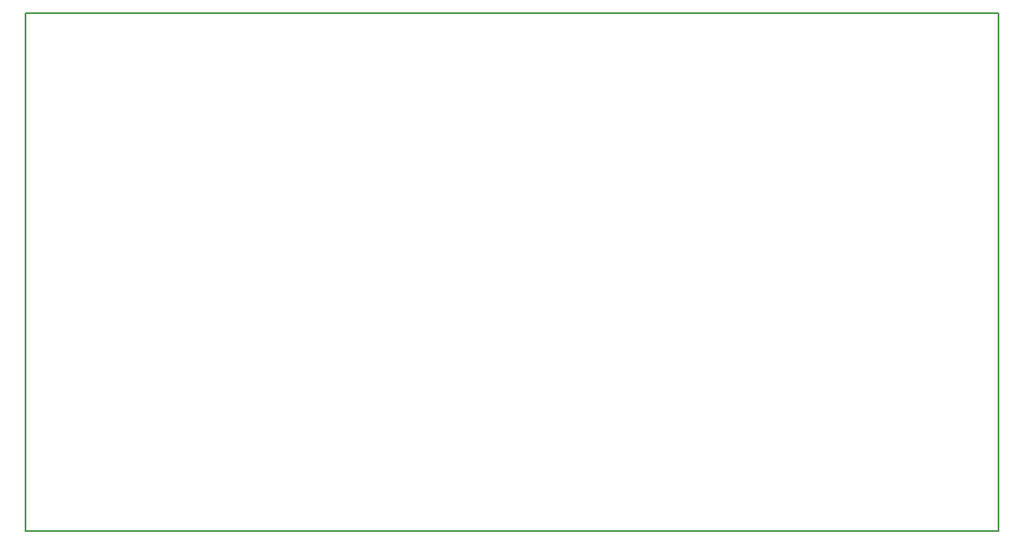
<source format=gbr>
G04 #@! TF.GenerationSoftware,KiCad,Pcbnew,(6.0.7-1)-1*
G04 #@! TF.CreationDate,2023-05-21T11:06:03+10:00*
G04 #@! TF.ProjectId,Arduino to Dual Serial,41726475-696e-46f2-9074-6f204475616c,rev?*
G04 #@! TF.SameCoordinates,Original*
G04 #@! TF.FileFunction,Profile,NP*
%FSLAX46Y46*%
G04 Gerber Fmt 4.6, Leading zero omitted, Abs format (unit mm)*
G04 Created by KiCad (PCBNEW (6.0.7-1)-1) date 2023-05-21 11:06:03*
%MOMM*%
%LPD*%
G01*
G04 APERTURE LIST*
G04 #@! TA.AperFunction,Profile*
%ADD10C,0.150000*%
G04 #@! TD*
G04 APERTURE END LIST*
D10*
X102965000Y-121666000D02*
X203200000Y-121666000D01*
X203200000Y-121666000D02*
X203200000Y-68326000D01*
X102965000Y-68326000D02*
X102965000Y-121666000D01*
X102965000Y-68326000D02*
X203200000Y-68326000D01*
M02*

</source>
